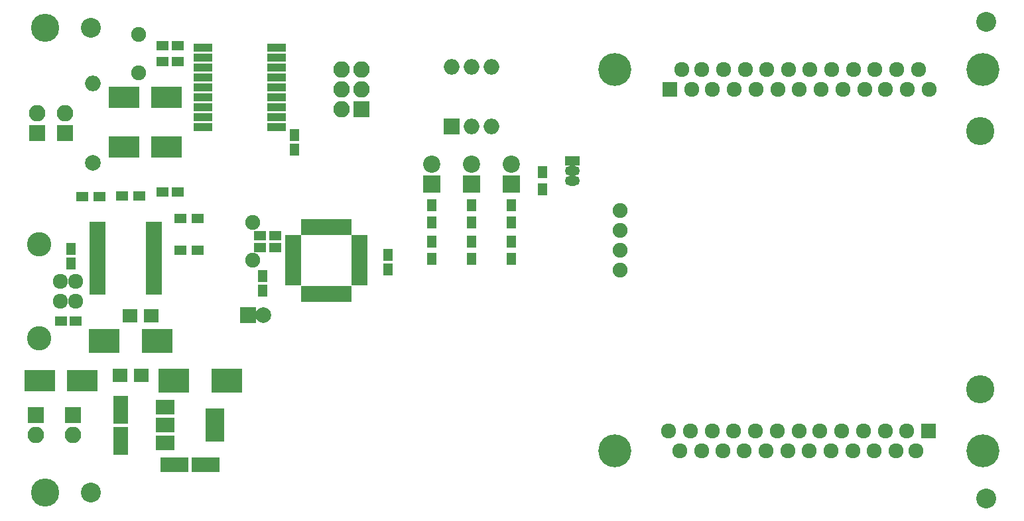
<source format=gbs>
%TF.GenerationSoftware,KiCad,Pcbnew,4.0.7*%
%TF.CreationDate,2018-01-21T19:25:00+01:00*%
%TF.ProjectId,blinCAN,626C696E43414E2E6B696361645F7063,0.1*%
%TF.FileFunction,Soldermask,Bot*%
%FSLAX46Y46*%
G04 Gerber Fmt 4.6, Leading zero omitted, Abs format (unit mm)*
G04 Created by KiCad (PCBNEW 4.0.7) date 01/21/18 19:25:00*
%MOMM*%
%LPD*%
G01*
G04 APERTURE LIST*
%ADD10C,0.050000*%
%ADD11C,3.600000*%
%ADD12R,1.600000X1.150000*%
%ADD13R,3.900000X2.700000*%
%ADD14R,1.150000X1.600000*%
%ADD15R,1.600000X1.300000*%
%ADD16C,1.900000*%
%ADD17R,2.200000X2.200000*%
%ADD18C,2.200000*%
%ADD19R,1.300000X1.600000*%
%ADD20R,1.900000X3.600000*%
%ADD21R,3.600000X1.900000*%
%ADD22R,3.900000X3.100000*%
%ADD23R,2.000000X2.000000*%
%ADD24C,2.000000*%
%ADD25R,1.900000X1.700000*%
%ADD26R,2.000000X0.950000*%
%ADD27R,0.950000X2.000000*%
%ADD28O,2.000000X2.000000*%
%ADD29R,2.100000X2.100000*%
%ADD30O,2.100000X2.100000*%
%ADD31C,1.920000*%
%ADD32C,3.100000*%
%ADD33C,4.210000*%
%ADD34R,1.920000X1.920000*%
%ADD35R,2.400000X4.200000*%
%ADD36R,2.400000X1.900000*%
%ADD37O,1.900000X1.300000*%
%ADD38R,1.900000X1.300000*%
%ADD39R,2.400000X1.000000*%
%ADD40R,2.150000X0.850000*%
%ADD41C,2.540000*%
G04 APERTURE END LIST*
D10*
D11*
X155067000Y-96520000D03*
X155067000Y-63500000D03*
X35687000Y-50292000D03*
D12*
X50739000Y-71247000D03*
X52639000Y-71247000D03*
D13*
X45814000Y-65532000D03*
X51214000Y-65532000D03*
D14*
X63500000Y-81981000D03*
X63500000Y-83881000D03*
D12*
X65085000Y-78359000D03*
X63185000Y-78359000D03*
D14*
X79502000Y-79314000D03*
X79502000Y-81214000D03*
D12*
X65085000Y-76835000D03*
X63185000Y-76835000D03*
X52639000Y-52578000D03*
X50739000Y-52578000D03*
X52639000Y-54610000D03*
X50739000Y-54610000D03*
D14*
X67564000Y-63947000D03*
X67564000Y-65847000D03*
D12*
X39621500Y-87757000D03*
X37721500Y-87757000D03*
D14*
X38989000Y-80452000D03*
X38989000Y-78552000D03*
D13*
X45814000Y-59182000D03*
X51214000Y-59182000D03*
D15*
X53002000Y-74676000D03*
X55202000Y-74676000D03*
X53002000Y-78740000D03*
X55202000Y-78740000D03*
X40429000Y-71882000D03*
X42629000Y-71882000D03*
X47709000Y-71818500D03*
X45509000Y-71818500D03*
D16*
X62230000Y-80010000D03*
X62230000Y-75130000D03*
X47625000Y-51152400D03*
X47625000Y-56032400D03*
D17*
X85090000Y-70281800D03*
D18*
X85090000Y-67741800D03*
D17*
X90170000Y-70281800D03*
D18*
X90170000Y-67741800D03*
D17*
X95250000Y-70281800D03*
D18*
X95250000Y-67741800D03*
D19*
X90170000Y-79840000D03*
X90170000Y-77640000D03*
X95250000Y-79840000D03*
X95250000Y-77640000D03*
X85090000Y-79840000D03*
X85090000Y-77640000D03*
X95250000Y-75166400D03*
X95250000Y-72966400D03*
X90170000Y-75166400D03*
X90170000Y-72966400D03*
X85090000Y-75166400D03*
X85090000Y-72966400D03*
X99187000Y-68750000D03*
X99187000Y-70950000D03*
D20*
X45339000Y-99092000D03*
X45339000Y-103092000D03*
D21*
X56229000Y-106172000D03*
X52229000Y-106172000D03*
D22*
X52099000Y-95377000D03*
X58899000Y-95377000D03*
X50009000Y-90297000D03*
X43209000Y-90297000D03*
D13*
X40419000Y-95377000D03*
X35019000Y-95377000D03*
D23*
X61595000Y-86995000D03*
D24*
X63595000Y-86995000D03*
D25*
X47959000Y-94742000D03*
X45259000Y-94742000D03*
X49229000Y-87122000D03*
X46529000Y-87122000D03*
D26*
X67386200Y-82816000D03*
X67386200Y-82016000D03*
X67386200Y-81216000D03*
X67386200Y-80416000D03*
X67386200Y-79616000D03*
X67386200Y-78816000D03*
X67386200Y-78016000D03*
X67386200Y-77216000D03*
D27*
X68836200Y-75766000D03*
X69636200Y-75766000D03*
X70436200Y-75766000D03*
X71236200Y-75766000D03*
X72036200Y-75766000D03*
X72836200Y-75766000D03*
X73636200Y-75766000D03*
X74436200Y-75766000D03*
D26*
X75886200Y-77216000D03*
X75886200Y-78016000D03*
X75886200Y-78816000D03*
X75886200Y-79616000D03*
X75886200Y-80416000D03*
X75886200Y-81216000D03*
X75886200Y-82016000D03*
X75886200Y-82816000D03*
D27*
X74436200Y-84266000D03*
X73636200Y-84266000D03*
X72836200Y-84266000D03*
X72036200Y-84266000D03*
X71236200Y-84266000D03*
X70436200Y-84266000D03*
X69636200Y-84266000D03*
X68836200Y-84266000D03*
D23*
X87630000Y-62915800D03*
D28*
X92710000Y-55295800D03*
X90170000Y-62915800D03*
X90170000Y-55295800D03*
X92710000Y-62915800D03*
X87630000Y-55295800D03*
D29*
X34544000Y-99822000D03*
D30*
X34544000Y-102362000D03*
D29*
X39268400Y-99822000D03*
D30*
X39268400Y-102362000D03*
D29*
X76123800Y-60655200D03*
D30*
X73583800Y-60655200D03*
X76123800Y-58115200D03*
X73583800Y-58115200D03*
X76123800Y-55575200D03*
X73583800Y-55575200D03*
D31*
X39624000Y-82677000D03*
X39624000Y-85217000D03*
X37624000Y-85217000D03*
X37624000Y-82677000D03*
D32*
X34924000Y-77947000D03*
X34924000Y-89947000D03*
D29*
X34671000Y-63754000D03*
D30*
X34671000Y-61214000D03*
D29*
X38227000Y-63754000D03*
D30*
X38227000Y-61214000D03*
D33*
X108448200Y-104394000D03*
X155438200Y-104394000D03*
D34*
X148458200Y-101854000D03*
D31*
X145668200Y-101854000D03*
X142998200Y-101854000D03*
X140198200Y-101854000D03*
X137408200Y-101854000D03*
X134618200Y-101854000D03*
X131948200Y-101854000D03*
X129158200Y-101854000D03*
X126358200Y-101854000D03*
X123568200Y-101854000D03*
X120898200Y-101854000D03*
X118108200Y-101854000D03*
X115308200Y-101854000D03*
X146888200Y-104394000D03*
X144348200Y-104394000D03*
X141548200Y-104394000D03*
X138808200Y-104394000D03*
X136058200Y-104394000D03*
X133268200Y-104394000D03*
X130528200Y-104394000D03*
X127778200Y-104394000D03*
X124938200Y-104394000D03*
X122248200Y-104394000D03*
X119498200Y-104394000D03*
X116708200Y-104394000D03*
D33*
X155453000Y-55626000D03*
X108463000Y-55626000D03*
D34*
X115443000Y-58166000D03*
D31*
X118233000Y-58166000D03*
X120903000Y-58166000D03*
X123703000Y-58166000D03*
X126493000Y-58166000D03*
X129283000Y-58166000D03*
X131953000Y-58166000D03*
X134743000Y-58166000D03*
X137543000Y-58166000D03*
X140333000Y-58166000D03*
X143003000Y-58166000D03*
X145793000Y-58166000D03*
X148593000Y-58166000D03*
X117013000Y-55626000D03*
X119553000Y-55626000D03*
X122353000Y-55626000D03*
X125093000Y-55626000D03*
X127843000Y-55626000D03*
X130633000Y-55626000D03*
X133373000Y-55626000D03*
X136123000Y-55626000D03*
X138963000Y-55626000D03*
X141653000Y-55626000D03*
X144403000Y-55626000D03*
X147193000Y-55626000D03*
D24*
X41783000Y-67564000D03*
D28*
X41783000Y-57404000D03*
D16*
X109093000Y-81280000D03*
X109093000Y-73660000D03*
X109093000Y-76200000D03*
X109093000Y-78740000D03*
D35*
X57379000Y-101092000D03*
D36*
X51079000Y-101092000D03*
X51079000Y-98792000D03*
X51079000Y-103392000D03*
D37*
X103047800Y-68580000D03*
X103047800Y-69850000D03*
D38*
X103047800Y-67310000D03*
D39*
X55879000Y-62992000D03*
X55879000Y-61722000D03*
X55879000Y-60452000D03*
X55879000Y-59182000D03*
X55879000Y-57912000D03*
X55879000Y-56642000D03*
X55879000Y-55372000D03*
X55879000Y-54102000D03*
X55879000Y-52832000D03*
X65279000Y-52832000D03*
X65279000Y-54102000D03*
X65279000Y-55372000D03*
X65279000Y-56642000D03*
X65279000Y-57912000D03*
X65279000Y-59182000D03*
X65279000Y-60452000D03*
X65279000Y-61722000D03*
X65279000Y-62992000D03*
D40*
X49567200Y-75537400D03*
X49567200Y-76187400D03*
X49567200Y-76837400D03*
X49567200Y-77487400D03*
X49567200Y-78137400D03*
X49567200Y-78787400D03*
X49567200Y-79437400D03*
X49567200Y-80087400D03*
X49567200Y-80737400D03*
X49567200Y-81387400D03*
X49567200Y-82037400D03*
X49567200Y-82687400D03*
X49567200Y-83337400D03*
X49567200Y-83987400D03*
X42367200Y-83987400D03*
X42367200Y-83337400D03*
X42367200Y-82687400D03*
X42367200Y-82037400D03*
X42367200Y-81387400D03*
X42367200Y-80737400D03*
X42367200Y-80087400D03*
X42367200Y-79437400D03*
X42367200Y-78787400D03*
X42367200Y-78137400D03*
X42367200Y-77487400D03*
X42367200Y-76837400D03*
X42367200Y-76187400D03*
X42367200Y-75537400D03*
D11*
X35687000Y-109728000D03*
D41*
X41529000Y-50292000D03*
X41529000Y-109728000D03*
X155829000Y-110490000D03*
X155829000Y-49530000D03*
M02*

</source>
